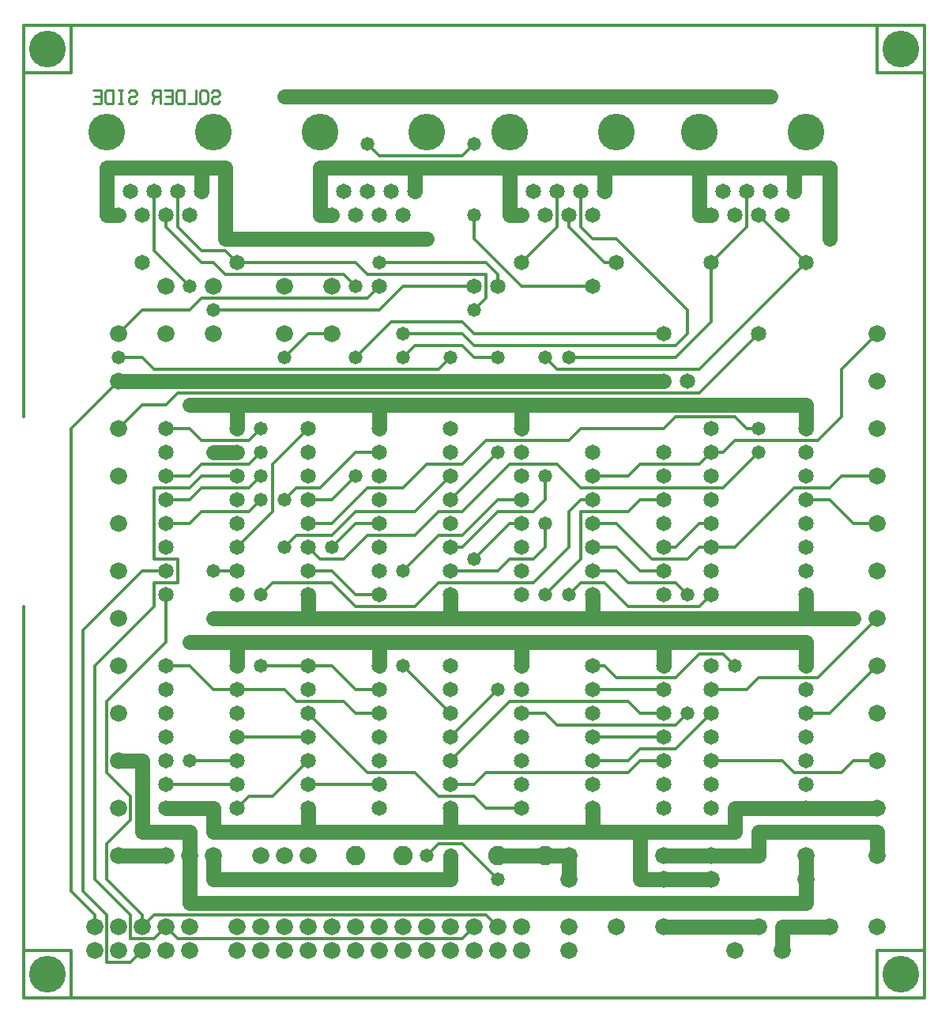
<source format=gbl>
%MOIN*%
%FSLAX25Y25*%
G04 D10 used for Character Trace; *
G04     Circle (OD=.01000) (No hole)*
G04 D11 used for Power Trace; *
G04     Circle (OD=.06400) (No hole)*
G04 D12 used for Signal Trace; *
G04     Circle (OD=.01200) (No hole)*
G04 D13 used for Via; *
G04     Circle (OD=.05800) (Round. Hole ID=.02000)*
G04 D14 used for Component hole; *
G04     Circle (OD=.06500) (Round. Hole ID=.02700)*
G04 D15 used for Component hole; *
G04     Circle (OD=.07200) (Round. Hole ID=.03400)*
G04 D16 used for Component hole; *
G04     Circle (OD=.08200) (Round. Hole ID=.04400)*
G04 D17 used for Component hole; *
G04     Circle (OD=.08950) (Round. Hole ID=.05150)*
G04 D18 used for Component hole; *
G04     Circle (OD=.11600) (Round. Hole ID=.07800)*
G04 D19 used for Component hole; *
G04     Circle (OD=.15500) (Round. Hole ID=.11700)*
G04 D20 used for Component hole; *
G04     Circle (OD=.18200) (Round. Hole ID=.14400)*
G04 D21 used for Component hole; *
G04     Circle (OD=.24300) (Round. Hole ID=.20500)*
%ADD10C,.01000*%
%ADD11C,.06400*%
%ADD12C,.01200*%
%ADD13C,.05800*%
%ADD14C,.06500*%
%ADD15C,.07200*%
%ADD16C,.08200*%
%ADD17C,.08950*%
%ADD18C,.11600*%
%ADD19C,.15500*%
%ADD20C,.18200*%
%ADD21C,.24300*%
%IPPOS*%
%LPD*%
G90*X0Y0D02*D19*X10000Y10000D03*D12*X20000Y0D02*  
Y20000D01*X0Y0D02*X20000D01*X0D02*Y20000D01*      
X20000D01*D15*X30000Y30000D03*D12*Y35000D01*      
X20000Y45000D01*Y240000D01*X40000Y260000D01*D15*  
D03*D11*X45000D01*D12*X40000D01*D11*X45000D02*    
X80000D01*D13*D03*D11*X130000D01*D13*D03*D11*     
X190000D01*D13*D03*D11*X250000D01*D13*D03*D11*    
X270000D01*D14*D03*D13*X260000Y250000D03*D11*     
X210000D01*Y240000D01*D14*D03*D13*                
X200000Y250000D03*D11*X150000D01*Y240000D01*D14*  
D03*D13*X140000Y250000D03*D11*X90000D01*          
Y240000D01*D14*D03*D12*X75000Y235000D02*X95000D01*
X75000D02*X70000Y240000D01*X60000D01*D14*D03*D13* 
X70000Y250000D03*D11*X90000D01*D13*               
X100000Y240000D03*D12*X95000Y235000D01*D13*       
X100000Y230000D03*D12*X95000Y225000D01*X75000D01* 
X70000Y220000D01*X60000D01*D14*D03*D12*           
X55000Y185000D02*Y215000D01*Y185000D02*X65000D01* 
Y175000D01*X55000D01*Y165000D01*X30000Y140000D01* 
Y50000D01*X45000Y35000D01*Y25000D01*X55000D01*    
X60000Y30000D01*D15*D03*D12*X65000Y25000D01*      
X185000D01*X190000Y30000D01*D15*D03*D12*          
X200000D02*X195000Y35000D01*D15*X200000Y30000D03* 
D12*X55000Y35000D02*X195000D01*X50000Y30000D02*   
X55000Y35000D01*D15*X50000Y30000D03*D12*Y35000D01*
X35000Y50000D01*Y65000D01*X45000Y75000D01*        
Y85000D01*X35000Y95000D01*Y125000D01*             
X60000Y150000D01*Y170000D01*D14*D03*D12*          
X25000Y155000D02*X50000Y180000D01*X25000Y45000D02*
Y155000D01*X35000Y35000D02*X25000Y45000D01*       
X35000Y15000D02*Y35000D01*Y15000D02*X45000D01*    
X50000Y20000D01*D15*D03*X40000Y30000D03*          
X60000Y20000D03*X40000D03*D11*X70000Y40000D02*    
X330000D01*Y50000D01*D15*D03*D11*Y60000D01*D15*   
D03*D11*X310000D02*Y70000D01*X290000Y60000D02*    
X310000D01*D15*X290000D03*D11*X270000D01*D15*D03* 
D11*X260000Y50000D02*Y70000D01*Y50000D02*         
X270000D01*D15*D03*D11*X290000D01*D15*D03*        
X310000Y30000D03*D11*X270000D01*D15*D03*          
X250000D03*X300000Y20000D03*D11*X310000Y70000D02* 
X360000D01*Y60000D01*D15*D03*Y80000D03*D11*       
X330000D01*D14*D03*D11*X300000D01*Y70000D01*      
X260000D01*X240000D01*X180000D01*X120000D01*      
X80000D01*Y80000D01*X60000D01*D14*D03*D11*        
X70000Y60000D02*Y70000D01*D15*Y60000D03*D11*      
Y40000D01*X80000Y50000D02*X180000D01*Y60000D01*   
D13*D03*D12*X200000Y50000D02*X185000Y65000D01*D13*
X200000Y50000D03*D16*Y60000D03*D11*X220000D01*D16*
D03*D11*X230000D01*D15*D03*D11*Y50000D01*D15*D03* 
X210000Y30000D03*D11*X240000Y70000D02*Y80000D01*  
D14*D03*Y90000D03*D12*X195000Y95000D02*X255000D01*
X190000Y90000D02*X195000Y95000D01*                
X180000Y90000D02*X190000D01*D14*X180000D03*D12*   
X175000Y85000D02*X190000D01*X195000Y80000D01*     
X210000D01*D14*D03*Y90000D03*Y100000D03*D12*      
X175000Y65000D02*X185000D01*X170000Y60000D02*     
X175000Y65000D01*D13*X170000Y60000D03*D11*        
X180000Y70000D02*Y80000D01*D14*D03*D12*           
X175000Y85000D02*X165000Y95000D01*X145000D01*     
X120000Y120000D01*D14*D03*D12*X115000Y125000D02*  
X135000D01*X140000Y120000D01*X150000D01*D14*D03*  
D12*X140000Y130000D02*X150000D01*D14*D03*D13*     
X160000Y140000D03*D12*X180000Y120000D01*D14*D03*  
Y130000D03*Y110000D03*D12*X200000Y130000D01*D13*  
D03*D12*X180000Y100000D02*X205000Y125000D01*D14*  
X180000Y100000D03*D12*X205000Y125000D02*          
X255000D01*X260000Y120000D01*X270000D01*D14*D03*  
D12*X225000Y115000D02*X275000D01*X225000D02*      
X220000Y120000D01*X210000D01*D14*D03*Y130000D03*  
Y110000D03*Y140000D03*D11*Y150000D01*X200000D01*  
D13*D03*D11*X150000D01*Y140000D01*D14*D03*D13*    
X140000Y150000D03*D11*X90000D01*Y140000D01*D14*   
D03*D12*X80000Y130000D02*X90000D01*D14*D03*D12*   
X110000D01*X115000Y125000D01*D14*                 
X120000Y130000D03*D12*X140000D02*                 
X130000Y140000D01*X120000D01*D14*D03*D12*         
X100000D01*D13*D03*D11*X70000Y150000D02*X90000D01*
D13*X70000D03*X80000Y160000D03*D11*X120000D01*    
X130000D01*D13*D03*D11*X180000D01*X190000D01*D13* 
D03*D11*X240000D01*X250000D01*D13*D03*D11*        
X330000D01*X350000D01*D13*D03*D15*X360000D03*D12* 
X335000Y135000D01*X310000D01*X305000Y130000D01*   
X290000D01*D14*D03*D13*X300000Y140000D03*D12*     
X295000Y145000D01*X285000D01*X275000Y135000D01*   
X250000D01*X245000Y140000D01*X240000D01*D14*D03*  
Y130000D03*D12*X270000D01*D14*D03*D13*            
X280000Y120000D03*D12*X275000Y115000D01*D14*      
X270000Y110000D03*D12*X240000D01*D14*D03*         
Y120000D03*Y100000D03*D12*X255000D01*             
X260000Y105000D01*X275000D01*X290000Y120000D01*   
D14*D03*Y110000D03*X270000Y140000D03*D11*         
Y150000D01*X260000D01*D13*D03*D11*X210000D01*D13* 
X230000Y170000D03*D12*X235000Y175000D01*          
X245000D01*X255000Y165000D01*X285000D01*          
X290000Y170000D01*D14*D03*Y180000D03*D13*         
X280000Y170000D03*D12*X275000Y175000D01*          
X255000D01*X250000Y180000D01*X240000D01*D14*D03*  
D12*X220000Y170000D02*X235000Y185000D01*D13*      
X220000Y170000D03*D12*X175000Y175000D02*          
X215000D01*X165000Y165000D02*X175000Y175000D01*   
X140000Y165000D02*X165000D01*X140000D02*          
X130000Y175000D01*X105000D01*X100000Y170000D01*   
D13*D03*D14*X90000Y180000D03*D12*X80000D01*D13*   
D03*D14*X90000Y170000D03*Y190000D03*D12*          
X105000Y205000D01*Y225000D01*X120000Y240000D01*   
D14*D03*Y230000D03*D13*X140000Y220000D03*D12*     
X130000Y210000D01*X120000D01*D14*D03*D12*         
X115000Y215000D02*X125000D01*X110000Y210000D02*   
X115000Y215000D01*D13*X110000Y210000D03*D14*      
X120000Y200000D03*D12*X130000D01*                 
X145000Y215000D01*X160000D01*X170000Y225000D01*   
X185000D01*X195000Y235000D01*X230000D01*          
X235000Y240000D01*X270000D01*X275000Y245000D01*   
X300000D01*X305000Y240000D01*X310000D01*D13*D03*  
Y230000D03*D12*X295000Y215000D01*X235000D01*      
X225000Y225000D01*X205000D01*X185000Y205000D01*   
X175000D01*X165000Y195000D01*X145000D01*          
X135000Y185000D01*X125000D01*X120000Y190000D01*   
D14*D03*D12*X110000D02*X115000Y195000D01*D13*     
X110000Y190000D03*D12*X115000Y195000D02*          
X130000D01*X140000Y205000D01*X165000D01*          
X180000Y220000D01*D14*D03*Y230000D03*Y210000D03*  
D12*X200000Y230000D01*D13*D03*D14*                
X210000Y220000D03*Y230000D03*D12*                 
X215000Y205000D02*X220000Y210000D01*              
X200000Y205000D02*X215000D01*X185000Y190000D02*   
X200000Y205000D01*X180000Y190000D02*X185000D01*   
D14*X180000D03*D12*X175000Y195000D02*X185000D01*  
X160000Y180000D02*X175000Y195000D01*D13*          
X160000Y180000D03*D14*X150000Y190000D03*          
Y170000D03*D12*X140000D01*X130000Y180000D01*      
X120000D01*D14*D03*D13*X130000Y190000D03*D12*     
X140000Y200000D01*X150000D01*D14*D03*Y210000D03*  
Y220000D03*Y180000D03*D12*X125000Y215000D02*      
X140000Y230000D01*X150000D01*D14*D03*D11*         
X140000Y250000D02*X150000D01*D13*                 
X160000Y270000D03*D12*X165000Y275000D01*          
X185000D01*X190000Y270000D01*X200000D01*D13*D03*  
D12*X190000Y280000D02*X270000D01*D14*D03*D12*     
X190000Y275000D02*X275000D01*X190000D02*          
X185000Y280000D01*X160000D01*D13*D03*D12*         
X140000Y270000D02*X155000Y285000D01*D13*          
X140000Y270000D03*D15*X130000Y280000D03*D12*      
X120000D01*X110000Y270000D01*D13*D03*D15*         
Y280000D03*D13*X140000Y300000D03*D12*             
X135000Y305000D01*X85000D01*X80000Y310000D01*     
X75000D01*X60000Y325000D01*Y330000D01*D14*D03*D12*
X75000Y315000D02*X65000Y325000D01*                
X75000Y315000D02*X85000D01*X90000Y310000D01*D14*  
D03*D12*X140000D01*X145000Y305000D01*X195000D01*  
Y295000D01*X190000Y290000D01*D13*D03*D12*         
Y280000D02*X185000Y285000D01*X155000D01*          
X80000Y290000D02*X150000D01*D13*X80000D03*D12*    
X70000D02*X75000Y295000D01*X50000Y290000D02*      
X70000D01*X40000Y280000D02*X50000Y290000D01*D15*  
X40000Y280000D03*D12*X55000Y265000D02*            
X50000Y270000D01*X55000Y265000D02*X175000D01*     
X180000Y270000D01*D13*D03*D11*X200000Y250000D02*  
X210000D01*D12*X225000Y265000D02*X285000D01*      
X330000Y310000D01*D14*D03*D12*X310000Y330000D01*  
D14*D03*D12*X290000Y310000D02*X305000Y325000D01*  
D14*X290000Y310000D03*D12*Y285000D01*             
X275000Y270000D01*X230000D01*D13*D03*D12*         
X225000Y265000D02*X220000Y270000D01*D13*D03*D14*  
X190000Y300000D03*D12*X160000D01*                 
X150000Y290000D01*X75000Y295000D02*X145000D01*D15*
X80000Y300000D03*D13*X70000D03*D12*               
X55000Y315000D01*Y340000D01*D14*D03*              
X50000Y330000D03*X65000Y340000D03*D12*Y325000D01* 
D14*X70000Y330000D03*X50000Y310000D03*            
X75000Y340000D03*D11*Y350000D01*X35000D01*        
Y330000D01*X40000D01*D14*D03*X45000Y340000D03*D15*
X60000Y300000D03*D19*X35000Y365000D03*D11*        
X75000Y350000D02*X85000D01*Y320000D01*X170000D01* 
D13*D03*D14*X160000Y330000D03*X150000Y300000D03*  
D12*X145000Y295000D01*D13*X150000Y310000D03*D12*  
X195000D01*X200000Y305000D01*Y300000D01*D14*D03*  
X210000Y310000D03*D12*X225000Y325000D01*          
Y340000D01*D14*D03*X220000Y330000D03*             
X235000Y340000D03*D12*Y325000D01*                 
X240000Y320000D01*X250000D01*X280000Y290000D01*   
Y280000D01*X275000Y275000D01*D14*                 
X280000Y260000D03*D12*X65000Y255000D02*X285000D01*
X60000Y250000D02*X65000Y255000D01*                
X50000Y250000D02*X60000D01*X40000Y240000D02*      
X50000Y250000D01*D15*X40000Y240000D03*D14*        
X60000Y230000D03*D15*X40000Y220000D03*D12*        
X55000Y215000D02*X70000D01*X75000Y220000D01*      
X90000D01*D14*D03*D12*X75000Y215000D02*X95000D01* 
X70000Y210000D02*X75000Y215000D01*                
X60000Y210000D02*X70000D01*D14*X60000D03*D12*     
Y200000D02*X70000D01*D14*X60000D03*D12*X70000D02* 
X75000Y205000D01*X95000D01*X100000Y210000D01*D13* 
D03*D12*X95000Y215000D02*X100000Y220000D01*D13*   
D03*D14*X90000Y230000D03*D11*X80000D01*D13*D03*   
D14*X90000Y210000D03*Y200000D03*D13*              
X40000Y270000D03*D12*X50000D01*D15*               
X60000Y280000D03*X80000D03*D12*X0Y245000D02*      
Y390000D01*X20000D01*Y410000D01*X0D01*Y390000D01* 
D19*X10000Y400000D03*D12*X20000Y410000D02*        
X360000D01*Y390000D01*X380000D01*Y20000D01*Y0D01* 
X360000D01*X20000D01*X0Y20000D02*Y165000D01*D15*  
X40000Y140000D03*Y160000D03*Y180000D03*Y200000D03*
Y120000D03*D12*X50000Y180000D02*X60000D01*D14*D03*
Y190000D03*Y140000D03*D12*X70000D01*              
X80000Y130000D01*D14*X90000Y120000D03*            
X60000Y110000D03*Y130000D03*Y120000D03*           
X90000Y110000D03*D12*X120000D01*D14*D03*          
Y100000D03*D12*X105000Y85000D01*X95000D01*        
X90000Y80000D01*D14*D03*Y90000D03*D12*X60000D01*  
D14*D03*D13*X70000Y100000D03*D12*X90000D01*D14*   
D03*D11*X120000Y70000D02*Y80000D01*D14*D03*       
Y90000D03*D12*X150000D01*D14*D03*Y100000D03*      
Y80000D03*Y110000D03*D15*X120000Y60000D03*D16*    
X140000D03*X160000D03*D15*X110000D03*D14*         
X180000Y140000D03*D15*X100000Y60000D03*           
X90000Y30000D03*X100000D03*X110000D03*X120000D03* 
X130000D03*X140000D03*D11*Y150000D02*X150000D01*  
D14*X120000Y170000D03*D11*Y160000D01*D14*         
X60000Y100000D03*D11*X180000Y160000D02*Y170000D01*
D14*D03*Y180000D03*D12*X200000D01*                
X205000Y185000D01*X215000D01*X220000Y190000D01*   
Y200000D01*D13*D03*D12*X215000Y175000D02*         
X230000Y190000D01*D14*X210000Y180000D03*          
Y170000D03*D12*X230000Y190000D02*Y205000D01*      
X235000Y210000D01*X240000D01*D14*D03*D12*         
X235000Y185000D02*Y205000D01*D14*                 
X240000Y190000D03*D12*X250000D01*                 
X260000Y180000D01*X270000D01*D14*D03*D12*         
X265000Y185000D02*X280000D01*X285000Y190000D01*   
X290000D01*D14*D03*D12*X300000D01*                
X325000Y215000D01*X340000D01*X345000Y220000D01*   
X360000D01*D15*D03*D12*X350000Y200000D02*         
X360000D01*D15*D03*D12*X350000D02*                
X340000Y210000D01*X330000D01*D14*D03*Y220000D03*  
Y200000D03*Y230000D03*Y190000D03*D12*             
X300000Y235000D02*X335000D01*X295000Y230000D02*   
X300000Y235000D01*X290000Y230000D02*X295000D01*   
D14*X290000D03*D12*X285000Y225000D01*X260000D01*  
X255000Y220000D01*X240000D01*D14*D03*Y230000D03*  
D12*X235000Y205000D02*X255000D01*D14*             
X240000Y200000D03*D12*X250000D01*                 
X265000Y185000D01*D14*X270000Y190000D03*D12*      
X275000D01*X285000Y200000D01*X290000D01*D14*D03*  
Y210000D03*X270000Y220000D03*Y210000D03*D12*      
X260000D01*X255000Y205000D01*D14*                 
X270000Y200000D03*Y230000D03*X290000Y240000D03*   
D13*X220000Y220000D03*D12*Y210000D01*D14*         
X210000Y200000D03*D12*X205000D01*                 
X190000Y185000D01*D13*D03*D12*X185000Y195000D02*  
X200000Y210000D01*X210000D01*D14*D03*Y190000D03*  
X180000Y240000D03*Y200000D03*X240000Y170000D03*   
D11*Y160000D01*X270000Y150000D02*X330000D01*      
Y140000D01*D14*D03*Y130000D03*D11*Y160000D02*     
Y170000D01*D14*D03*Y180000D03*D15*                
X360000Y140000D03*D12*X340000Y120000D01*          
X330000D01*D14*D03*Y110000D03*D12*                
X345000Y95000D02*X350000Y100000D01*               
X325000Y95000D02*X345000D01*X325000D02*           
X320000Y100000D01*X290000D01*D14*D03*Y90000D03*   
X270000Y80000D03*Y100000D03*D12*X260000D01*       
X255000Y95000D01*D14*X270000Y90000D03*            
X290000Y80000D03*Y140000D03*D11*X320000Y20000D02* 
Y30000D01*D15*Y20000D03*D11*Y30000D02*X340000D01* 
D15*D03*D12*X360000Y0D02*Y20000D01*D19*           
X370000Y10000D03*D12*X360000Y20000D02*X380000D01* 
D15*X360000Y30000D03*D14*X330000Y90000D03*D15*    
X360000Y100000D03*D12*X350000D01*D15*             
X360000Y120000D03*D14*X330000Y100000D03*          
X270000Y170000D03*D15*X360000Y180000D03*D14*      
X290000Y220000D03*D15*X230000Y30000D03*Y20000D03* 
D12*X335000Y235000D02*X345000Y245000D01*          
Y265000D01*X360000Y280000D01*D15*D03*Y260000D03*  
D11*X330000Y240000D02*Y250000D01*D14*Y240000D03*  
D11*X260000Y250000D02*X330000D01*D12*             
X285000Y255000D02*X310000Y280000D01*D14*D03*D13*  
X340000Y320000D03*D11*Y350000D01*X325000D01*      
Y340000D01*D14*D03*X320000Y330000D03*D11*         
X285000Y350000D02*X325000D01*X285000Y330000D02*   
Y350000D01*Y330000D02*X290000D01*D14*D03*         
X295000Y340000D03*X300000Y330000D03*D12*          
X305000Y325000D02*Y340000D01*D14*D03*X315000D03*  
D11*X245000Y350000D02*X285000D01*                 
X245000Y340000D02*Y350000D01*D14*Y340000D03*      
X240000Y330000D03*D11*X205000Y350000D02*          
X245000D01*X205000Y330000D02*Y350000D01*          
Y330000D02*X210000D01*D14*D03*X215000Y340000D03*  
D12*X245000Y310000D02*X230000Y325000D01*          
X245000Y310000D02*X250000D01*D14*D03*             
X240000Y300000D03*D12*X210000D01*                 
X190000Y320000D01*Y330000D01*D13*D03*D11*         
X165000Y350000D02*X205000D01*X165000Y340000D02*   
Y350000D01*D14*Y340000D03*D11*X125000Y350000D02*  
X165000D01*X125000Y330000D02*Y350000D01*          
Y330000D02*X130000D01*D14*D03*X135000Y340000D03*  
X140000Y330000D03*X145000Y340000D03*              
X150000Y330000D03*D12*Y355000D02*X185000D01*      
X190000Y360000D01*D13*D03*D19*X205000Y365000D03*  
X170000D03*D13*X220000Y380000D03*D11*X155000D01*  
D13*D03*D11*X110000D01*D13*D03*D19*               
X125000Y365000D03*X80000D03*D13*X145000Y360000D03*
D12*X150000Y355000D01*D14*X155000Y340000D03*D15*  
X110000Y300000D03*X130000D03*D11*                 
X220000Y380000D02*X235000D01*D13*D03*D11*         
X300000D01*D13*D03*D11*X315000D01*D13*D03*D19*    
X330000Y365000D03*X285000D03*D12*                 
X360000Y410000D02*X380000D01*Y390000D01*D19*      
X370000Y400000D03*X250000Y365000D03*D15*          
X360000Y240000D03*D14*X230000Y330000D03*D12*      
Y325000D01*D14*X120000Y220000D03*D10*             
X79200Y381828D02*X80000Y382742D01*X81600D01*      
X82400Y381828D01*Y380914D01*X81600Y380000D01*     
X80000D01*X79200Y379086D01*Y378172D01*            
X80000Y377258D01*X81600D01*X82400Y378172D01*      
X74200D02*X75000Y377258D01*X76600D01*             
X77400Y378172D01*Y381828D01*X76600Y382742D01*     
X75000D01*X74200Y381828D01*Y378172D01*            
X72400Y382742D02*Y377258D01*X69200D01*X67400D02*  
Y382742D01*X65000D01*X64200Y381828D01*Y378172D01* 
X65000Y377258D01*X67400D01*X59200D02*X62400D01*   
Y382742D01*X59200D01*X62400Y380000D02*X60000D01*  
X57400Y377258D02*Y382742D01*X55000D01*            
X54200Y381828D01*Y380914D01*X55000Y380000D01*     
X57400D01*X55000D02*X54200Y377258D01*             
X44200Y381828D02*X45000Y382742D01*X46600D01*      
X47400Y381828D01*Y380914D01*X46600Y380000D01*     
X45000D01*X44200Y379086D01*Y378172D01*            
X45000Y377258D01*X46600D01*X47400Y378172D01*      
X40800Y377258D02*Y382742D01*X41600Y377258D02*     
X40000D01*X41600Y382742D02*X40000D01*             
X37400Y377258D02*Y382742D01*X35000D01*            
X34200Y381828D01*Y378172D01*X35000Y377258D01*     
X37400D01*X29200D02*X32400D01*Y382742D01*         
X29200D01*X32400Y380000D02*X30000D01*D15*         
X40000Y100000D03*D11*X50000D01*Y70000D01*         
X70000D01*D15*X80000Y60000D03*D11*Y50000D01*D15*  
X60000Y60000D03*D11*X40000D01*D15*D03*Y80000D03*  
X70000Y30000D03*X30000Y20000D03*X70000D03*        
X90000D03*X100000D03*X110000D03*X120000D03*       
X130000D03*X140000D03*X150000D03*Y30000D03*       
X160000Y20000D03*Y30000D03*X170000Y20000D03*      
Y30000D03*X180000Y20000D03*Y30000D03*             
X190000Y20000D03*X200000D03*X210000D03*M02*       

</source>
